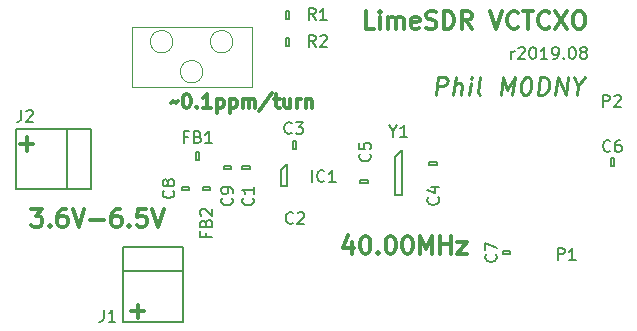
<source format=gto>
G04 #@! TF.GenerationSoftware,KiCad,Pcbnew,5.1.4-e60b266~84~ubuntu18.04.1*
G04 #@! TF.CreationDate,2019-08-19T13:29:57+01:00*
G04 #@! TF.ProjectId,vctcxo-ref,76637463-786f-42d7-9265-662e6b696361,rev?*
G04 #@! TF.SameCoordinates,Original*
G04 #@! TF.FileFunction,Legend,Top*
G04 #@! TF.FilePolarity,Positive*
%FSLAX46Y46*%
G04 Gerber Fmt 4.6, Leading zero omitted, Abs format (unit mm)*
G04 Created by KiCad (PCBNEW 5.1.4-e60b266~84~ubuntu18.04.1) date 2019-08-19 13:29:57*
%MOMM*%
%LPD*%
G04 APERTURE LIST*
%ADD10C,0.300000*%
%ADD11C,0.200000*%
%ADD12C,0.250000*%
%ADD13C,0.120000*%
%ADD14C,0.150000*%
G04 APERTURE END LIST*
D10*
X94780857Y-109305714D02*
X94838000Y-109248571D01*
X94952285Y-109191428D01*
X95180857Y-109305714D01*
X95295142Y-109248571D01*
X95352285Y-109191428D01*
X96038000Y-108562857D02*
X96152285Y-108562857D01*
X96266571Y-108620000D01*
X96323714Y-108677142D01*
X96380857Y-108791428D01*
X96438000Y-109020000D01*
X96438000Y-109305714D01*
X96380857Y-109534285D01*
X96323714Y-109648571D01*
X96266571Y-109705714D01*
X96152285Y-109762857D01*
X96038000Y-109762857D01*
X95923714Y-109705714D01*
X95866571Y-109648571D01*
X95809428Y-109534285D01*
X95752285Y-109305714D01*
X95752285Y-109020000D01*
X95809428Y-108791428D01*
X95866571Y-108677142D01*
X95923714Y-108620000D01*
X96038000Y-108562857D01*
X96952285Y-109648571D02*
X97009428Y-109705714D01*
X96952285Y-109762857D01*
X96895142Y-109705714D01*
X96952285Y-109648571D01*
X96952285Y-109762857D01*
X98152285Y-109762857D02*
X97466571Y-109762857D01*
X97809428Y-109762857D02*
X97809428Y-108562857D01*
X97695142Y-108734285D01*
X97580857Y-108848571D01*
X97466571Y-108905714D01*
X98666571Y-108962857D02*
X98666571Y-110162857D01*
X98666571Y-109020000D02*
X98780857Y-108962857D01*
X99009428Y-108962857D01*
X99123714Y-109020000D01*
X99180857Y-109077142D01*
X99238000Y-109191428D01*
X99238000Y-109534285D01*
X99180857Y-109648571D01*
X99123714Y-109705714D01*
X99009428Y-109762857D01*
X98780857Y-109762857D01*
X98666571Y-109705714D01*
X99752285Y-108962857D02*
X99752285Y-110162857D01*
X99752285Y-109020000D02*
X99866571Y-108962857D01*
X100095142Y-108962857D01*
X100209428Y-109020000D01*
X100266571Y-109077142D01*
X100323714Y-109191428D01*
X100323714Y-109534285D01*
X100266571Y-109648571D01*
X100209428Y-109705714D01*
X100095142Y-109762857D01*
X99866571Y-109762857D01*
X99752285Y-109705714D01*
X100838000Y-109762857D02*
X100838000Y-108962857D01*
X100838000Y-109077142D02*
X100895142Y-109020000D01*
X101009428Y-108962857D01*
X101180857Y-108962857D01*
X101295142Y-109020000D01*
X101352285Y-109134285D01*
X101352285Y-109762857D01*
X101352285Y-109134285D02*
X101409428Y-109020000D01*
X101523714Y-108962857D01*
X101695142Y-108962857D01*
X101809428Y-109020000D01*
X101866571Y-109134285D01*
X101866571Y-109762857D01*
X103295142Y-108505714D02*
X102266571Y-110048571D01*
X103523714Y-108962857D02*
X103980857Y-108962857D01*
X103695142Y-108562857D02*
X103695142Y-109591428D01*
X103752285Y-109705714D01*
X103866571Y-109762857D01*
X103980857Y-109762857D01*
X104895142Y-108962857D02*
X104895142Y-109762857D01*
X104380857Y-108962857D02*
X104380857Y-109591428D01*
X104438000Y-109705714D01*
X104552285Y-109762857D01*
X104723714Y-109762857D01*
X104838000Y-109705714D01*
X104895142Y-109648571D01*
X105466571Y-109762857D02*
X105466571Y-108962857D01*
X105466571Y-109191428D02*
X105523714Y-109077142D01*
X105580857Y-109020000D01*
X105695142Y-108962857D01*
X105809428Y-108962857D01*
X106209428Y-108962857D02*
X106209428Y-109762857D01*
X106209428Y-109077142D02*
X106266571Y-109020000D01*
X106380857Y-108962857D01*
X106552285Y-108962857D01*
X106666571Y-109020000D01*
X106723714Y-109134285D01*
X106723714Y-109762857D01*
X81978571Y-112819642D02*
X83121428Y-112819642D01*
X82550000Y-113391071D02*
X82550000Y-112248214D01*
X91376571Y-126980142D02*
X92519428Y-126980142D01*
X91948000Y-127551571D02*
X91948000Y-126408714D01*
X82947571Y-118304571D02*
X83876142Y-118304571D01*
X83376142Y-118876000D01*
X83590428Y-118876000D01*
X83733285Y-118947428D01*
X83804714Y-119018857D01*
X83876142Y-119161714D01*
X83876142Y-119518857D01*
X83804714Y-119661714D01*
X83733285Y-119733142D01*
X83590428Y-119804571D01*
X83161857Y-119804571D01*
X83019000Y-119733142D01*
X82947571Y-119661714D01*
X84519000Y-119661714D02*
X84590428Y-119733142D01*
X84519000Y-119804571D01*
X84447571Y-119733142D01*
X84519000Y-119661714D01*
X84519000Y-119804571D01*
X85876142Y-118304571D02*
X85590428Y-118304571D01*
X85447571Y-118376000D01*
X85376142Y-118447428D01*
X85233285Y-118661714D01*
X85161857Y-118947428D01*
X85161857Y-119518857D01*
X85233285Y-119661714D01*
X85304714Y-119733142D01*
X85447571Y-119804571D01*
X85733285Y-119804571D01*
X85876142Y-119733142D01*
X85947571Y-119661714D01*
X86019000Y-119518857D01*
X86019000Y-119161714D01*
X85947571Y-119018857D01*
X85876142Y-118947428D01*
X85733285Y-118876000D01*
X85447571Y-118876000D01*
X85304714Y-118947428D01*
X85233285Y-119018857D01*
X85161857Y-119161714D01*
X86447571Y-118304571D02*
X86947571Y-119804571D01*
X87447571Y-118304571D01*
X87947571Y-119233142D02*
X89090428Y-119233142D01*
X90447571Y-118304571D02*
X90161857Y-118304571D01*
X90019000Y-118376000D01*
X89947571Y-118447428D01*
X89804714Y-118661714D01*
X89733285Y-118947428D01*
X89733285Y-119518857D01*
X89804714Y-119661714D01*
X89876142Y-119733142D01*
X90019000Y-119804571D01*
X90304714Y-119804571D01*
X90447571Y-119733142D01*
X90519000Y-119661714D01*
X90590428Y-119518857D01*
X90590428Y-119161714D01*
X90519000Y-119018857D01*
X90447571Y-118947428D01*
X90304714Y-118876000D01*
X90019000Y-118876000D01*
X89876142Y-118947428D01*
X89804714Y-119018857D01*
X89733285Y-119161714D01*
X91233285Y-119661714D02*
X91304714Y-119733142D01*
X91233285Y-119804571D01*
X91161857Y-119733142D01*
X91233285Y-119661714D01*
X91233285Y-119804571D01*
X92661857Y-118304571D02*
X91947571Y-118304571D01*
X91876142Y-119018857D01*
X91947571Y-118947428D01*
X92090428Y-118876000D01*
X92447571Y-118876000D01*
X92590428Y-118947428D01*
X92661857Y-119018857D01*
X92733285Y-119161714D01*
X92733285Y-119518857D01*
X92661857Y-119661714D01*
X92590428Y-119733142D01*
X92447571Y-119804571D01*
X92090428Y-119804571D01*
X91947571Y-119733142D01*
X91876142Y-119661714D01*
X93161857Y-118304571D02*
X93661857Y-119804571D01*
X94161857Y-118304571D01*
X110089714Y-121090571D02*
X110089714Y-122090571D01*
X109732571Y-120519142D02*
X109375428Y-121590571D01*
X110304000Y-121590571D01*
X111161142Y-120590571D02*
X111304000Y-120590571D01*
X111446857Y-120662000D01*
X111518285Y-120733428D01*
X111589714Y-120876285D01*
X111661142Y-121162000D01*
X111661142Y-121519142D01*
X111589714Y-121804857D01*
X111518285Y-121947714D01*
X111446857Y-122019142D01*
X111304000Y-122090571D01*
X111161142Y-122090571D01*
X111018285Y-122019142D01*
X110946857Y-121947714D01*
X110875428Y-121804857D01*
X110804000Y-121519142D01*
X110804000Y-121162000D01*
X110875428Y-120876285D01*
X110946857Y-120733428D01*
X111018285Y-120662000D01*
X111161142Y-120590571D01*
X112304000Y-121947714D02*
X112375428Y-122019142D01*
X112304000Y-122090571D01*
X112232571Y-122019142D01*
X112304000Y-121947714D01*
X112304000Y-122090571D01*
X113304000Y-120590571D02*
X113446857Y-120590571D01*
X113589714Y-120662000D01*
X113661142Y-120733428D01*
X113732571Y-120876285D01*
X113804000Y-121162000D01*
X113804000Y-121519142D01*
X113732571Y-121804857D01*
X113661142Y-121947714D01*
X113589714Y-122019142D01*
X113446857Y-122090571D01*
X113304000Y-122090571D01*
X113161142Y-122019142D01*
X113089714Y-121947714D01*
X113018285Y-121804857D01*
X112946857Y-121519142D01*
X112946857Y-121162000D01*
X113018285Y-120876285D01*
X113089714Y-120733428D01*
X113161142Y-120662000D01*
X113304000Y-120590571D01*
X114732571Y-120590571D02*
X114875428Y-120590571D01*
X115018285Y-120662000D01*
X115089714Y-120733428D01*
X115161142Y-120876285D01*
X115232571Y-121162000D01*
X115232571Y-121519142D01*
X115161142Y-121804857D01*
X115089714Y-121947714D01*
X115018285Y-122019142D01*
X114875428Y-122090571D01*
X114732571Y-122090571D01*
X114589714Y-122019142D01*
X114518285Y-121947714D01*
X114446857Y-121804857D01*
X114375428Y-121519142D01*
X114375428Y-121162000D01*
X114446857Y-120876285D01*
X114518285Y-120733428D01*
X114589714Y-120662000D01*
X114732571Y-120590571D01*
X115875428Y-122090571D02*
X115875428Y-120590571D01*
X116375428Y-121662000D01*
X116875428Y-120590571D01*
X116875428Y-122090571D01*
X117589714Y-122090571D02*
X117589714Y-120590571D01*
X117589714Y-121304857D02*
X118446857Y-121304857D01*
X118446857Y-122090571D02*
X118446857Y-120590571D01*
X119018285Y-121090571D02*
X119804000Y-121090571D01*
X119018285Y-122090571D01*
X119804000Y-122090571D01*
D11*
X123600571Y-105608380D02*
X123600571Y-104941714D01*
X123600571Y-105132190D02*
X123648190Y-105036952D01*
X123695809Y-104989333D01*
X123791047Y-104941714D01*
X123886285Y-104941714D01*
X124172000Y-104703619D02*
X124219619Y-104656000D01*
X124314857Y-104608380D01*
X124552952Y-104608380D01*
X124648190Y-104656000D01*
X124695809Y-104703619D01*
X124743428Y-104798857D01*
X124743428Y-104894095D01*
X124695809Y-105036952D01*
X124124380Y-105608380D01*
X124743428Y-105608380D01*
X125362476Y-104608380D02*
X125457714Y-104608380D01*
X125552952Y-104656000D01*
X125600571Y-104703619D01*
X125648190Y-104798857D01*
X125695809Y-104989333D01*
X125695809Y-105227428D01*
X125648190Y-105417904D01*
X125600571Y-105513142D01*
X125552952Y-105560761D01*
X125457714Y-105608380D01*
X125362476Y-105608380D01*
X125267238Y-105560761D01*
X125219619Y-105513142D01*
X125172000Y-105417904D01*
X125124380Y-105227428D01*
X125124380Y-104989333D01*
X125172000Y-104798857D01*
X125219619Y-104703619D01*
X125267238Y-104656000D01*
X125362476Y-104608380D01*
X126648190Y-105608380D02*
X126076761Y-105608380D01*
X126362476Y-105608380D02*
X126362476Y-104608380D01*
X126267238Y-104751238D01*
X126172000Y-104846476D01*
X126076761Y-104894095D01*
X127124380Y-105608380D02*
X127314857Y-105608380D01*
X127410095Y-105560761D01*
X127457714Y-105513142D01*
X127552952Y-105370285D01*
X127600571Y-105179809D01*
X127600571Y-104798857D01*
X127552952Y-104703619D01*
X127505333Y-104656000D01*
X127410095Y-104608380D01*
X127219619Y-104608380D01*
X127124380Y-104656000D01*
X127076761Y-104703619D01*
X127029142Y-104798857D01*
X127029142Y-105036952D01*
X127076761Y-105132190D01*
X127124380Y-105179809D01*
X127219619Y-105227428D01*
X127410095Y-105227428D01*
X127505333Y-105179809D01*
X127552952Y-105132190D01*
X127600571Y-105036952D01*
X128029142Y-105513142D02*
X128076761Y-105560761D01*
X128029142Y-105608380D01*
X127981523Y-105560761D01*
X128029142Y-105513142D01*
X128029142Y-105608380D01*
X128695809Y-104608380D02*
X128791047Y-104608380D01*
X128886285Y-104656000D01*
X128933904Y-104703619D01*
X128981523Y-104798857D01*
X129029142Y-104989333D01*
X129029142Y-105227428D01*
X128981523Y-105417904D01*
X128933904Y-105513142D01*
X128886285Y-105560761D01*
X128791047Y-105608380D01*
X128695809Y-105608380D01*
X128600571Y-105560761D01*
X128552952Y-105513142D01*
X128505333Y-105417904D01*
X128457714Y-105227428D01*
X128457714Y-104989333D01*
X128505333Y-104798857D01*
X128552952Y-104703619D01*
X128600571Y-104656000D01*
X128695809Y-104608380D01*
X129600571Y-105036952D02*
X129505333Y-104989333D01*
X129457714Y-104941714D01*
X129410095Y-104846476D01*
X129410095Y-104798857D01*
X129457714Y-104703619D01*
X129505333Y-104656000D01*
X129600571Y-104608380D01*
X129791047Y-104608380D01*
X129886285Y-104656000D01*
X129933904Y-104703619D01*
X129981523Y-104798857D01*
X129981523Y-104846476D01*
X129933904Y-104941714D01*
X129886285Y-104989333D01*
X129791047Y-105036952D01*
X129600571Y-105036952D01*
X129505333Y-105084571D01*
X129457714Y-105132190D01*
X129410095Y-105227428D01*
X129410095Y-105417904D01*
X129457714Y-105513142D01*
X129505333Y-105560761D01*
X129600571Y-105608380D01*
X129791047Y-105608380D01*
X129886285Y-105560761D01*
X129933904Y-105513142D01*
X129981523Y-105417904D01*
X129981523Y-105227428D01*
X129933904Y-105132190D01*
X129886285Y-105084571D01*
X129791047Y-105036952D01*
D12*
X117183696Y-108628571D02*
X117371196Y-107128571D01*
X117942625Y-107128571D01*
X118076553Y-107200000D01*
X118139053Y-107271428D01*
X118192625Y-107414285D01*
X118165839Y-107628571D01*
X118076553Y-107771428D01*
X117996196Y-107842857D01*
X117844410Y-107914285D01*
X117272982Y-107914285D01*
X118683696Y-108628571D02*
X118871196Y-107128571D01*
X119326553Y-108628571D02*
X119424767Y-107842857D01*
X119371196Y-107700000D01*
X119237267Y-107628571D01*
X119022982Y-107628571D01*
X118871196Y-107700000D01*
X118790839Y-107771428D01*
X120040839Y-108628571D02*
X120165839Y-107628571D01*
X120228339Y-107128571D02*
X120147982Y-107200000D01*
X120210482Y-107271428D01*
X120290839Y-107200000D01*
X120228339Y-107128571D01*
X120210482Y-107271428D01*
X120969410Y-108628571D02*
X120835482Y-108557142D01*
X120781910Y-108414285D01*
X120942625Y-107128571D01*
X122683696Y-108628571D02*
X122871196Y-107128571D01*
X123237267Y-108200000D01*
X123871196Y-107128571D01*
X123683696Y-108628571D01*
X124871196Y-107128571D02*
X125014053Y-107128571D01*
X125147982Y-107200000D01*
X125210482Y-107271428D01*
X125264053Y-107414285D01*
X125299767Y-107700000D01*
X125255125Y-108057142D01*
X125147982Y-108342857D01*
X125058696Y-108485714D01*
X124978339Y-108557142D01*
X124826553Y-108628571D01*
X124683696Y-108628571D01*
X124549767Y-108557142D01*
X124487267Y-108485714D01*
X124433696Y-108342857D01*
X124397982Y-108057142D01*
X124442625Y-107700000D01*
X124549767Y-107414285D01*
X124639053Y-107271428D01*
X124719410Y-107200000D01*
X124871196Y-107128571D01*
X125826553Y-108628571D02*
X126014053Y-107128571D01*
X126371196Y-107128571D01*
X126576553Y-107200000D01*
X126701553Y-107342857D01*
X126755125Y-107485714D01*
X126790839Y-107771428D01*
X126764053Y-107985714D01*
X126656910Y-108271428D01*
X126567625Y-108414285D01*
X126406910Y-108557142D01*
X126183696Y-108628571D01*
X125826553Y-108628571D01*
X127326553Y-108628571D02*
X127514053Y-107128571D01*
X128183696Y-108628571D01*
X128371196Y-107128571D01*
X129272982Y-107914285D02*
X129183696Y-108628571D01*
X128871196Y-107128571D02*
X129272982Y-107914285D01*
X129871196Y-107128571D01*
D13*
X101600000Y-102870000D02*
X91440000Y-102870000D01*
X101600000Y-107950000D02*
X101600000Y-102870000D01*
X91440000Y-107950000D02*
X101600000Y-107950000D01*
X91440000Y-102870000D02*
X91440000Y-107950000D01*
D10*
X111964142Y-103040571D02*
X111249857Y-103040571D01*
X111249857Y-101540571D01*
X112464142Y-103040571D02*
X112464142Y-102040571D01*
X112464142Y-101540571D02*
X112392714Y-101612000D01*
X112464142Y-101683428D01*
X112535571Y-101612000D01*
X112464142Y-101540571D01*
X112464142Y-101683428D01*
X113178428Y-103040571D02*
X113178428Y-102040571D01*
X113178428Y-102183428D02*
X113249857Y-102112000D01*
X113392714Y-102040571D01*
X113607000Y-102040571D01*
X113749857Y-102112000D01*
X113821285Y-102254857D01*
X113821285Y-103040571D01*
X113821285Y-102254857D02*
X113892714Y-102112000D01*
X114035571Y-102040571D01*
X114249857Y-102040571D01*
X114392714Y-102112000D01*
X114464142Y-102254857D01*
X114464142Y-103040571D01*
X115749857Y-102969142D02*
X115607000Y-103040571D01*
X115321285Y-103040571D01*
X115178428Y-102969142D01*
X115107000Y-102826285D01*
X115107000Y-102254857D01*
X115178428Y-102112000D01*
X115321285Y-102040571D01*
X115607000Y-102040571D01*
X115749857Y-102112000D01*
X115821285Y-102254857D01*
X115821285Y-102397714D01*
X115107000Y-102540571D01*
X116392714Y-102969142D02*
X116607000Y-103040571D01*
X116964142Y-103040571D01*
X117107000Y-102969142D01*
X117178428Y-102897714D01*
X117249857Y-102754857D01*
X117249857Y-102612000D01*
X117178428Y-102469142D01*
X117107000Y-102397714D01*
X116964142Y-102326285D01*
X116678428Y-102254857D01*
X116535571Y-102183428D01*
X116464142Y-102112000D01*
X116392714Y-101969142D01*
X116392714Y-101826285D01*
X116464142Y-101683428D01*
X116535571Y-101612000D01*
X116678428Y-101540571D01*
X117035571Y-101540571D01*
X117249857Y-101612000D01*
X117892714Y-103040571D02*
X117892714Y-101540571D01*
X118249857Y-101540571D01*
X118464142Y-101612000D01*
X118607000Y-101754857D01*
X118678428Y-101897714D01*
X118749857Y-102183428D01*
X118749857Y-102397714D01*
X118678428Y-102683428D01*
X118607000Y-102826285D01*
X118464142Y-102969142D01*
X118249857Y-103040571D01*
X117892714Y-103040571D01*
X120249857Y-103040571D02*
X119749857Y-102326285D01*
X119392714Y-103040571D02*
X119392714Y-101540571D01*
X119964142Y-101540571D01*
X120107000Y-101612000D01*
X120178428Y-101683428D01*
X120249857Y-101826285D01*
X120249857Y-102040571D01*
X120178428Y-102183428D01*
X120107000Y-102254857D01*
X119964142Y-102326285D01*
X119392714Y-102326285D01*
X121821285Y-101540571D02*
X122321285Y-103040571D01*
X122821285Y-101540571D01*
X124178428Y-102897714D02*
X124107000Y-102969142D01*
X123892714Y-103040571D01*
X123749857Y-103040571D01*
X123535571Y-102969142D01*
X123392714Y-102826285D01*
X123321285Y-102683428D01*
X123249857Y-102397714D01*
X123249857Y-102183428D01*
X123321285Y-101897714D01*
X123392714Y-101754857D01*
X123535571Y-101612000D01*
X123749857Y-101540571D01*
X123892714Y-101540571D01*
X124107000Y-101612000D01*
X124178428Y-101683428D01*
X124607000Y-101540571D02*
X125464142Y-101540571D01*
X125035571Y-103040571D02*
X125035571Y-101540571D01*
X126821285Y-102897714D02*
X126749857Y-102969142D01*
X126535571Y-103040571D01*
X126392714Y-103040571D01*
X126178428Y-102969142D01*
X126035571Y-102826285D01*
X125964142Y-102683428D01*
X125892714Y-102397714D01*
X125892714Y-102183428D01*
X125964142Y-101897714D01*
X126035571Y-101754857D01*
X126178428Y-101612000D01*
X126392714Y-101540571D01*
X126535571Y-101540571D01*
X126749857Y-101612000D01*
X126821285Y-101683428D01*
X127321285Y-101540571D02*
X128321285Y-103040571D01*
X128321285Y-101540571D02*
X127321285Y-103040571D01*
X129178428Y-101540571D02*
X129464142Y-101540571D01*
X129607000Y-101612000D01*
X129749857Y-101754857D01*
X129821285Y-102040571D01*
X129821285Y-102540571D01*
X129749857Y-102826285D01*
X129607000Y-102969142D01*
X129464142Y-103040571D01*
X129178428Y-103040571D01*
X129035571Y-102969142D01*
X128892714Y-102826285D01*
X128821285Y-102540571D01*
X128821285Y-102040571D01*
X128892714Y-101754857D01*
X129035571Y-101612000D01*
X129178428Y-101540571D01*
D14*
X114346000Y-113289000D02*
X114346000Y-113289000D01*
X114346000Y-113289000D02*
X114346000Y-117089000D01*
X114346000Y-117089000D02*
X113746000Y-117089000D01*
X113746000Y-117089000D02*
X113746000Y-113889000D01*
X113746000Y-113889000D02*
X114346000Y-113289000D01*
X101480500Y-114683000D02*
X101480500Y-114933000D01*
X101480500Y-114933000D02*
X100830500Y-114933000D01*
X100830500Y-114933000D02*
X100830500Y-114683000D01*
X100830500Y-114683000D02*
X101480500Y-114683000D01*
X105094500Y-113228000D02*
X105094500Y-112578000D01*
X105344500Y-113228000D02*
X105094500Y-113228000D01*
X105344500Y-112578000D02*
X105344500Y-113228000D01*
X105094500Y-112578000D02*
X105344500Y-112578000D01*
X116642000Y-114615500D02*
X116642000Y-114365500D01*
X116642000Y-114365500D02*
X117292000Y-114365500D01*
X117292000Y-114365500D02*
X117292000Y-114615500D01*
X117292000Y-114615500D02*
X116642000Y-114615500D01*
X110800000Y-115826000D02*
X111450000Y-115826000D01*
X110800000Y-116076000D02*
X110800000Y-115826000D01*
X111450000Y-116076000D02*
X110800000Y-116076000D01*
X111450000Y-115826000D02*
X111450000Y-116076000D01*
X104580500Y-114493000D02*
X104580500Y-114493000D01*
X104580500Y-114493000D02*
X104580500Y-116393000D01*
X104580500Y-116393000D02*
X104080500Y-116393000D01*
X104080500Y-116393000D02*
X104080500Y-114993000D01*
X104080500Y-114993000D02*
X104580500Y-114493000D01*
X90678000Y-121539000D02*
X95758000Y-121539000D01*
X95758000Y-121539000D02*
X95758000Y-127889000D01*
X95758000Y-127889000D02*
X90678000Y-127889000D01*
X90678000Y-127889000D02*
X90678000Y-121539000D01*
X90678000Y-123539000D02*
X95758000Y-123539000D01*
X132018500Y-114625000D02*
X132018500Y-113975000D01*
X132268500Y-114625000D02*
X132018500Y-114625000D01*
X132268500Y-113975000D02*
X132268500Y-114625000D01*
X132018500Y-113975000D02*
X132268500Y-113975000D01*
X123515000Y-121858500D02*
X123515000Y-122108500D01*
X123515000Y-122108500D02*
X122865000Y-122108500D01*
X122865000Y-122108500D02*
X122865000Y-121858500D01*
X122865000Y-121858500D02*
X123515000Y-121858500D01*
X88011000Y-111506000D02*
X88011000Y-116586000D01*
X88011000Y-116586000D02*
X81661000Y-116586000D01*
X81661000Y-116586000D02*
X81661000Y-111506000D01*
X81661000Y-111506000D02*
X88011000Y-111506000D01*
X86011000Y-111506000D02*
X86011000Y-116586000D01*
D13*
X94930000Y-104140000D02*
G75*
G03X94930000Y-104140000I-950000J0D01*
G01*
X97470000Y-106680000D02*
G75*
G03X97470000Y-106680000I-950000J0D01*
G01*
X100010000Y-104140000D02*
G75*
G03X100010000Y-104140000I-950000J0D01*
G01*
D14*
X104773000Y-101529000D02*
X104773000Y-102179000D01*
X104523000Y-101529000D02*
X104773000Y-101529000D01*
X104523000Y-102179000D02*
X104523000Y-101529000D01*
X104773000Y-102179000D02*
X104523000Y-102179000D01*
X104523000Y-103815000D02*
X104773000Y-103815000D01*
X104773000Y-103815000D02*
X104773000Y-104465000D01*
X104773000Y-104465000D02*
X104523000Y-104465000D01*
X104523000Y-104465000D02*
X104523000Y-103815000D01*
X96337000Y-116461000D02*
X96337000Y-116711000D01*
X96337000Y-116711000D02*
X95687000Y-116711000D01*
X95687000Y-116711000D02*
X95687000Y-116461000D01*
X95687000Y-116461000D02*
X96337000Y-116461000D01*
X99893000Y-114933000D02*
X99243000Y-114933000D01*
X99893000Y-114683000D02*
X99893000Y-114933000D01*
X99243000Y-114683000D02*
X99893000Y-114683000D01*
X99243000Y-114933000D02*
X99243000Y-114683000D01*
X97153000Y-113467000D02*
X97153000Y-114117000D01*
X96903000Y-113467000D02*
X97153000Y-113467000D01*
X96903000Y-114117000D02*
X96903000Y-113467000D01*
X97153000Y-114117000D02*
X96903000Y-114117000D01*
X98115000Y-116461000D02*
X98115000Y-116711000D01*
X98115000Y-116711000D02*
X97465000Y-116711000D01*
X97465000Y-116711000D02*
X97465000Y-116461000D01*
X97465000Y-116461000D02*
X98115000Y-116461000D01*
X113569809Y-111715190D02*
X113569809Y-112191380D01*
X113236476Y-111191380D02*
X113569809Y-111715190D01*
X113903142Y-111191380D01*
X114760285Y-112191380D02*
X114188857Y-112191380D01*
X114474571Y-112191380D02*
X114474571Y-111191380D01*
X114379333Y-111334238D01*
X114284095Y-111429476D01*
X114188857Y-111477095D01*
X101703142Y-117387666D02*
X101750761Y-117435285D01*
X101798380Y-117578142D01*
X101798380Y-117673380D01*
X101750761Y-117816238D01*
X101655523Y-117911476D01*
X101560285Y-117959095D01*
X101369809Y-118006714D01*
X101226952Y-118006714D01*
X101036476Y-117959095D01*
X100941238Y-117911476D01*
X100846000Y-117816238D01*
X100798380Y-117673380D01*
X100798380Y-117578142D01*
X100846000Y-117435285D01*
X100893619Y-117387666D01*
X101798380Y-116435285D02*
X101798380Y-117006714D01*
X101798380Y-116721000D02*
X100798380Y-116721000D01*
X100941238Y-116816238D01*
X101036476Y-116911476D01*
X101084095Y-117006714D01*
X105116333Y-119483142D02*
X105068714Y-119530761D01*
X104925857Y-119578380D01*
X104830619Y-119578380D01*
X104687761Y-119530761D01*
X104592523Y-119435523D01*
X104544904Y-119340285D01*
X104497285Y-119149809D01*
X104497285Y-119006952D01*
X104544904Y-118816476D01*
X104592523Y-118721238D01*
X104687761Y-118626000D01*
X104830619Y-118578380D01*
X104925857Y-118578380D01*
X105068714Y-118626000D01*
X105116333Y-118673619D01*
X105497285Y-118673619D02*
X105544904Y-118626000D01*
X105640142Y-118578380D01*
X105878238Y-118578380D01*
X105973476Y-118626000D01*
X106021095Y-118673619D01*
X106068714Y-118768857D01*
X106068714Y-118864095D01*
X106021095Y-119006952D01*
X105449666Y-119578380D01*
X106068714Y-119578380D01*
X104989333Y-111863142D02*
X104941714Y-111910761D01*
X104798857Y-111958380D01*
X104703619Y-111958380D01*
X104560761Y-111910761D01*
X104465523Y-111815523D01*
X104417904Y-111720285D01*
X104370285Y-111529809D01*
X104370285Y-111386952D01*
X104417904Y-111196476D01*
X104465523Y-111101238D01*
X104560761Y-111006000D01*
X104703619Y-110958380D01*
X104798857Y-110958380D01*
X104941714Y-111006000D01*
X104989333Y-111053619D01*
X105322666Y-110958380D02*
X105941714Y-110958380D01*
X105608380Y-111339333D01*
X105751238Y-111339333D01*
X105846476Y-111386952D01*
X105894095Y-111434571D01*
X105941714Y-111529809D01*
X105941714Y-111767904D01*
X105894095Y-111863142D01*
X105846476Y-111910761D01*
X105751238Y-111958380D01*
X105465523Y-111958380D01*
X105370285Y-111910761D01*
X105322666Y-111863142D01*
X117387642Y-117324166D02*
X117435261Y-117371785D01*
X117482880Y-117514642D01*
X117482880Y-117609880D01*
X117435261Y-117752738D01*
X117340023Y-117847976D01*
X117244785Y-117895595D01*
X117054309Y-117943214D01*
X116911452Y-117943214D01*
X116720976Y-117895595D01*
X116625738Y-117847976D01*
X116530500Y-117752738D01*
X116482880Y-117609880D01*
X116482880Y-117514642D01*
X116530500Y-117371785D01*
X116578119Y-117324166D01*
X116816214Y-116467023D02*
X117482880Y-116467023D01*
X116435261Y-116705119D02*
X117149547Y-116943214D01*
X117149547Y-116324166D01*
X111609142Y-113641166D02*
X111656761Y-113688785D01*
X111704380Y-113831642D01*
X111704380Y-113926880D01*
X111656761Y-114069738D01*
X111561523Y-114164976D01*
X111466285Y-114212595D01*
X111275809Y-114260214D01*
X111132952Y-114260214D01*
X110942476Y-114212595D01*
X110847238Y-114164976D01*
X110752000Y-114069738D01*
X110704380Y-113926880D01*
X110704380Y-113831642D01*
X110752000Y-113688785D01*
X110799619Y-113641166D01*
X110704380Y-112736404D02*
X110704380Y-113212595D01*
X111180571Y-113260214D01*
X111132952Y-113212595D01*
X111085333Y-113117357D01*
X111085333Y-112879261D01*
X111132952Y-112784023D01*
X111180571Y-112736404D01*
X111275809Y-112688785D01*
X111513904Y-112688785D01*
X111609142Y-112736404D01*
X111656761Y-112784023D01*
X111704380Y-112879261D01*
X111704380Y-113117357D01*
X111656761Y-113212595D01*
X111609142Y-113260214D01*
X106719809Y-116022380D02*
X106719809Y-115022380D01*
X107767428Y-115927142D02*
X107719809Y-115974761D01*
X107576952Y-116022380D01*
X107481714Y-116022380D01*
X107338857Y-115974761D01*
X107243619Y-115879523D01*
X107196000Y-115784285D01*
X107148380Y-115593809D01*
X107148380Y-115450952D01*
X107196000Y-115260476D01*
X107243619Y-115165238D01*
X107338857Y-115070000D01*
X107481714Y-115022380D01*
X107576952Y-115022380D01*
X107719809Y-115070000D01*
X107767428Y-115117619D01*
X108719809Y-116022380D02*
X108148380Y-116022380D01*
X108434095Y-116022380D02*
X108434095Y-115022380D01*
X108338857Y-115165238D01*
X108243619Y-115260476D01*
X108148380Y-115308095D01*
X89074666Y-126833380D02*
X89074666Y-127547666D01*
X89027047Y-127690523D01*
X88931809Y-127785761D01*
X88788952Y-127833380D01*
X88693714Y-127833380D01*
X90074666Y-127833380D02*
X89503238Y-127833380D01*
X89788952Y-127833380D02*
X89788952Y-126833380D01*
X89693714Y-126976238D01*
X89598476Y-127071476D01*
X89503238Y-127119095D01*
X127531904Y-122626380D02*
X127531904Y-121626380D01*
X127912857Y-121626380D01*
X128008095Y-121674000D01*
X128055714Y-121721619D01*
X128103333Y-121816857D01*
X128103333Y-121959714D01*
X128055714Y-122054952D01*
X128008095Y-122102571D01*
X127912857Y-122150190D01*
X127531904Y-122150190D01*
X129055714Y-122626380D02*
X128484285Y-122626380D01*
X128770000Y-122626380D02*
X128770000Y-121626380D01*
X128674761Y-121769238D01*
X128579523Y-121864476D01*
X128484285Y-121912095D01*
X131976833Y-113387142D02*
X131929214Y-113434761D01*
X131786357Y-113482380D01*
X131691119Y-113482380D01*
X131548261Y-113434761D01*
X131453023Y-113339523D01*
X131405404Y-113244285D01*
X131357785Y-113053809D01*
X131357785Y-112910952D01*
X131405404Y-112720476D01*
X131453023Y-112625238D01*
X131548261Y-112530000D01*
X131691119Y-112482380D01*
X131786357Y-112482380D01*
X131929214Y-112530000D01*
X131976833Y-112577619D01*
X132833976Y-112482380D02*
X132643500Y-112482380D01*
X132548261Y-112530000D01*
X132500642Y-112577619D01*
X132405404Y-112720476D01*
X132357785Y-112910952D01*
X132357785Y-113291904D01*
X132405404Y-113387142D01*
X132453023Y-113434761D01*
X132548261Y-113482380D01*
X132738738Y-113482380D01*
X132833976Y-113434761D01*
X132881595Y-113387142D01*
X132929214Y-113291904D01*
X132929214Y-113053809D01*
X132881595Y-112958571D01*
X132833976Y-112910952D01*
X132738738Y-112863333D01*
X132548261Y-112863333D01*
X132453023Y-112910952D01*
X132405404Y-112958571D01*
X132357785Y-113053809D01*
X122277142Y-122150166D02*
X122324761Y-122197785D01*
X122372380Y-122340642D01*
X122372380Y-122435880D01*
X122324761Y-122578738D01*
X122229523Y-122673976D01*
X122134285Y-122721595D01*
X121943809Y-122769214D01*
X121800952Y-122769214D01*
X121610476Y-122721595D01*
X121515238Y-122673976D01*
X121420000Y-122578738D01*
X121372380Y-122435880D01*
X121372380Y-122340642D01*
X121420000Y-122197785D01*
X121467619Y-122150166D01*
X121372380Y-121816833D02*
X121372380Y-121150166D01*
X122372380Y-121578738D01*
X131341904Y-109672380D02*
X131341904Y-108672380D01*
X131722857Y-108672380D01*
X131818095Y-108720000D01*
X131865714Y-108767619D01*
X131913333Y-108862857D01*
X131913333Y-109005714D01*
X131865714Y-109100952D01*
X131818095Y-109148571D01*
X131722857Y-109196190D01*
X131341904Y-109196190D01*
X132294285Y-108767619D02*
X132341904Y-108720000D01*
X132437142Y-108672380D01*
X132675238Y-108672380D01*
X132770476Y-108720000D01*
X132818095Y-108767619D01*
X132865714Y-108862857D01*
X132865714Y-108958095D01*
X132818095Y-109100952D01*
X132246666Y-109672380D01*
X132865714Y-109672380D01*
X82089666Y-109942380D02*
X82089666Y-110656666D01*
X82042047Y-110799523D01*
X81946809Y-110894761D01*
X81803952Y-110942380D01*
X81708714Y-110942380D01*
X82518238Y-110037619D02*
X82565857Y-109990000D01*
X82661095Y-109942380D01*
X82899190Y-109942380D01*
X82994428Y-109990000D01*
X83042047Y-110037619D01*
X83089666Y-110132857D01*
X83089666Y-110228095D01*
X83042047Y-110370952D01*
X82470619Y-110942380D01*
X83089666Y-110942380D01*
X107021333Y-102306380D02*
X106688000Y-101830190D01*
X106449904Y-102306380D02*
X106449904Y-101306380D01*
X106830857Y-101306380D01*
X106926095Y-101354000D01*
X106973714Y-101401619D01*
X107021333Y-101496857D01*
X107021333Y-101639714D01*
X106973714Y-101734952D01*
X106926095Y-101782571D01*
X106830857Y-101830190D01*
X106449904Y-101830190D01*
X107973714Y-102306380D02*
X107402285Y-102306380D01*
X107688000Y-102306380D02*
X107688000Y-101306380D01*
X107592761Y-101449238D01*
X107497523Y-101544476D01*
X107402285Y-101592095D01*
X107021333Y-104592380D02*
X106688000Y-104116190D01*
X106449904Y-104592380D02*
X106449904Y-103592380D01*
X106830857Y-103592380D01*
X106926095Y-103640000D01*
X106973714Y-103687619D01*
X107021333Y-103782857D01*
X107021333Y-103925714D01*
X106973714Y-104020952D01*
X106926095Y-104068571D01*
X106830857Y-104116190D01*
X106449904Y-104116190D01*
X107402285Y-103687619D02*
X107449904Y-103640000D01*
X107545142Y-103592380D01*
X107783238Y-103592380D01*
X107878476Y-103640000D01*
X107926095Y-103687619D01*
X107973714Y-103782857D01*
X107973714Y-103878095D01*
X107926095Y-104020952D01*
X107354666Y-104592380D01*
X107973714Y-104592380D01*
X94972142Y-116752666D02*
X95019761Y-116800285D01*
X95067380Y-116943142D01*
X95067380Y-117038380D01*
X95019761Y-117181238D01*
X94924523Y-117276476D01*
X94829285Y-117324095D01*
X94638809Y-117371714D01*
X94495952Y-117371714D01*
X94305476Y-117324095D01*
X94210238Y-117276476D01*
X94115000Y-117181238D01*
X94067380Y-117038380D01*
X94067380Y-116943142D01*
X94115000Y-116800285D01*
X94162619Y-116752666D01*
X94495952Y-116181238D02*
X94448333Y-116276476D01*
X94400714Y-116324095D01*
X94305476Y-116371714D01*
X94257857Y-116371714D01*
X94162619Y-116324095D01*
X94115000Y-116276476D01*
X94067380Y-116181238D01*
X94067380Y-115990761D01*
X94115000Y-115895523D01*
X94162619Y-115847904D01*
X94257857Y-115800285D01*
X94305476Y-115800285D01*
X94400714Y-115847904D01*
X94448333Y-115895523D01*
X94495952Y-115990761D01*
X94495952Y-116181238D01*
X94543571Y-116276476D01*
X94591190Y-116324095D01*
X94686428Y-116371714D01*
X94876904Y-116371714D01*
X94972142Y-116324095D01*
X95019761Y-116276476D01*
X95067380Y-116181238D01*
X95067380Y-115990761D01*
X95019761Y-115895523D01*
X94972142Y-115847904D01*
X94876904Y-115800285D01*
X94686428Y-115800285D01*
X94591190Y-115847904D01*
X94543571Y-115895523D01*
X94495952Y-115990761D01*
X99925142Y-117387666D02*
X99972761Y-117435285D01*
X100020380Y-117578142D01*
X100020380Y-117673380D01*
X99972761Y-117816238D01*
X99877523Y-117911476D01*
X99782285Y-117959095D01*
X99591809Y-118006714D01*
X99448952Y-118006714D01*
X99258476Y-117959095D01*
X99163238Y-117911476D01*
X99068000Y-117816238D01*
X99020380Y-117673380D01*
X99020380Y-117578142D01*
X99068000Y-117435285D01*
X99115619Y-117387666D01*
X100020380Y-116911476D02*
X100020380Y-116721000D01*
X99972761Y-116625761D01*
X99925142Y-116578142D01*
X99782285Y-116482904D01*
X99591809Y-116435285D01*
X99210857Y-116435285D01*
X99115619Y-116482904D01*
X99068000Y-116530523D01*
X99020380Y-116625761D01*
X99020380Y-116816238D01*
X99068000Y-116911476D01*
X99115619Y-116959095D01*
X99210857Y-117006714D01*
X99448952Y-117006714D01*
X99544190Y-116959095D01*
X99591809Y-116911476D01*
X99639428Y-116816238D01*
X99639428Y-116625761D01*
X99591809Y-116530523D01*
X99544190Y-116482904D01*
X99448952Y-116435285D01*
X96194666Y-112196571D02*
X95861333Y-112196571D01*
X95861333Y-112720380D02*
X95861333Y-111720380D01*
X96337523Y-111720380D01*
X97051809Y-112196571D02*
X97194666Y-112244190D01*
X97242285Y-112291809D01*
X97289904Y-112387047D01*
X97289904Y-112529904D01*
X97242285Y-112625142D01*
X97194666Y-112672761D01*
X97099428Y-112720380D01*
X96718476Y-112720380D01*
X96718476Y-111720380D01*
X97051809Y-111720380D01*
X97147047Y-111768000D01*
X97194666Y-111815619D01*
X97242285Y-111910857D01*
X97242285Y-112006095D01*
X97194666Y-112101333D01*
X97147047Y-112148952D01*
X97051809Y-112196571D01*
X96718476Y-112196571D01*
X98242285Y-112720380D02*
X97670857Y-112720380D01*
X97956571Y-112720380D02*
X97956571Y-111720380D01*
X97861333Y-111863238D01*
X97766095Y-111958476D01*
X97670857Y-112006095D01*
X97718571Y-120340333D02*
X97718571Y-120673666D01*
X98242380Y-120673666D02*
X97242380Y-120673666D01*
X97242380Y-120197476D01*
X97718571Y-119483190D02*
X97766190Y-119340333D01*
X97813809Y-119292714D01*
X97909047Y-119245095D01*
X98051904Y-119245095D01*
X98147142Y-119292714D01*
X98194761Y-119340333D01*
X98242380Y-119435571D01*
X98242380Y-119816523D01*
X97242380Y-119816523D01*
X97242380Y-119483190D01*
X97290000Y-119387952D01*
X97337619Y-119340333D01*
X97432857Y-119292714D01*
X97528095Y-119292714D01*
X97623333Y-119340333D01*
X97670952Y-119387952D01*
X97718571Y-119483190D01*
X97718571Y-119816523D01*
X97337619Y-118864142D02*
X97290000Y-118816523D01*
X97242380Y-118721285D01*
X97242380Y-118483190D01*
X97290000Y-118387952D01*
X97337619Y-118340333D01*
X97432857Y-118292714D01*
X97528095Y-118292714D01*
X97670952Y-118340333D01*
X98242380Y-118911761D01*
X98242380Y-118292714D01*
M02*

</source>
